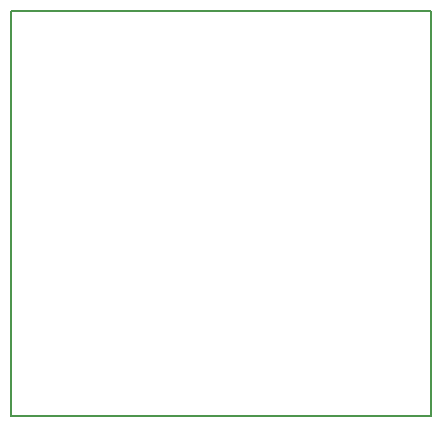
<source format=gbr>
G04 #@! TF.FileFunction,Profile,NP*
%FSLAX46Y46*%
G04 Gerber Fmt 4.6, Leading zero omitted, Abs format (unit mm)*
G04 Created by KiCad (PCBNEW 4.0.6) date 07/20/17 18:35:03*
%MOMM*%
%LPD*%
G01*
G04 APERTURE LIST*
%ADD10C,0.100000*%
%ADD11C,0.150000*%
G04 APERTURE END LIST*
D10*
D11*
X195580000Y-81280000D02*
X194310000Y-81280000D01*
X195580000Y-115570000D02*
X195580000Y-81280000D01*
X160020000Y-115570000D02*
X195580000Y-115570000D01*
X160020000Y-81280000D02*
X160020000Y-115570000D01*
X194310000Y-81280000D02*
X160020000Y-81280000D01*
M02*

</source>
